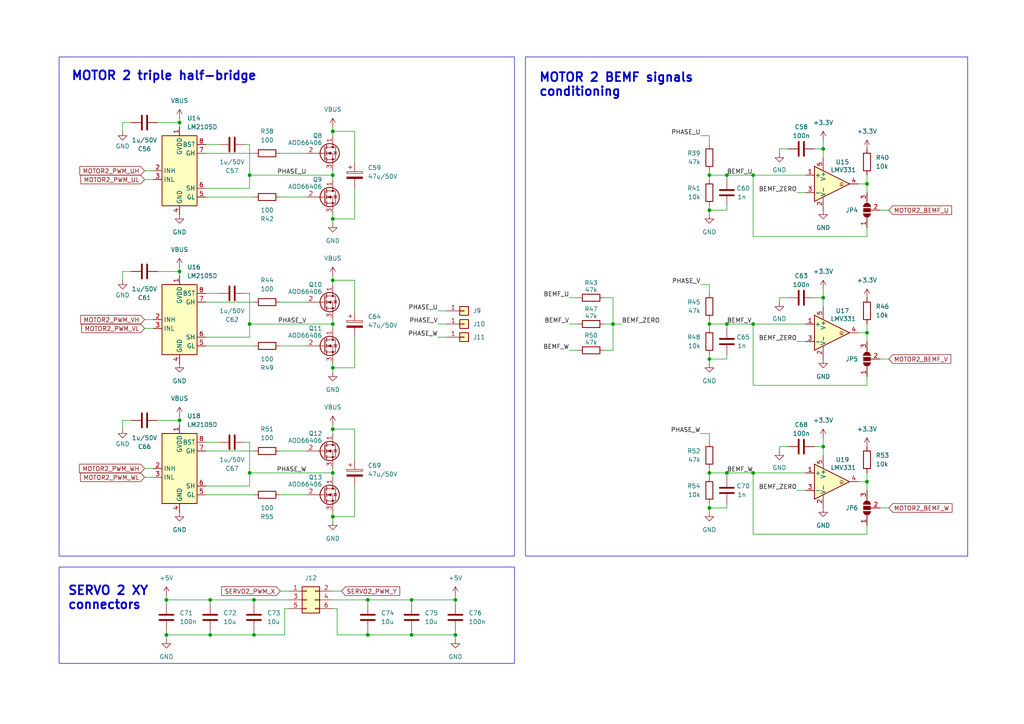
<source format=kicad_sch>
(kicad_sch (version 20231120) (generator "eeschema") (generator_version "8.0")
  (paper "A4")
  (title_block (title "Hogger2 Controller") (date "2024-11-09") (rev "V1.0") (comment 4 "Author: Eryk Możdżeń"))
  (lib_symbols
    (symbol "Comparator:LMV331" (pin_names (offset 0.127))
      (property "Reference" "U" (at 1.27 5.08 0))
      (property "Value" "LMV331" (at 3.81 -5.08 0))
      (symbol "LMV331_0_1"
        (polyline (pts (xy -5.08 5.08) (xy 5.08 0) (xy -5.08 -5.08) (xy -5.08 5.08)) (stroke (width 0.254)) (fill (type background)))
        (polyline (pts (xy 3.302 -0.508) (xy 2.794 -0.508) (xy 3.302 0) (xy 2.794 0.508) (xy 2.286 0) (xy 2.794 -0.508) (xy 2.286 -0.508)) (stroke (width 0.127)))
      )
      (symbol "LMV331_1_1"
        (pin input line (at -7.62 2.54 0) (length 2.54) (name "+") (number "1"))
        (pin power_in line (at -2.54 -7.62 90) (length 3.81) (name "V-") (number "2"))
        (pin input line (at -7.62 -2.54 0) (length 2.54) (name "-") (number "3"))
        (pin open_collector line (at 7.62 0 180) (length 2.54) (name "~") (number "4"))
        (pin power_in line (at -2.54 7.62 270) (length 3.81) (name "V+") (number "5"))
      )
    )
    (symbol "Connector_Generic:Conn_01x01" (pin_names (offset 1.016) hide)
      (property "Reference" "J" (at 0 2.54 0))
      (property "Value" "Conn_01x01" (at 0 -2.54 0))
      (symbol "Conn_01x01_1_1"
        (rectangle (start -1.27 0.127) (end 0 -0.127) (stroke (width 0.1524)))
        (rectangle (start -1.27 1.27) (end 1.27 -1.27) (stroke (width 0.254)) (fill (type background)))
        (pin passive line (at -5.08 0 0) (length 3.81) (name "Pin_1") (number "1"))
      )
    )
    (symbol "Connector_Generic:Conn_02x03_Odd_Even" (pin_names (offset 1.016) hide)
      (property "Reference" "J" (at 1.27 5.08 0))
      (property "Value" "Conn_02x03_Odd_Even" (at 1.27 -5.08 0))
      (symbol "Conn_02x03_Odd_Even_1_1"
        (rectangle (start -1.27 -2.413) (end 0 -2.667) (stroke (width 0.1524)))
        (rectangle (start -1.27 0.127) (end 0 -0.127) (stroke (width 0.1524)))
        (rectangle (start -1.27 2.667) (end 0 2.413) (stroke (width 0.1524)))
        (rectangle (start -1.27 3.81) (end 3.81 -3.81) (stroke (width 0.254)) (fill (type background)))
        (rectangle (start 3.81 -2.413) (end 2.54 -2.667) (stroke (width 0.1524)))
        (rectangle (start 3.81 0.127) (end 2.54 -0.127) (stroke (width 0.1524)))
        (rectangle (start 3.81 2.667) (end 2.54 2.413) (stroke (width 0.1524)))
        (pin passive line (at -5.08 2.54 0) (length 3.81) (name "Pin_1") (number "1"))
        (pin passive line (at 7.62 2.54 180) (length 3.81) (name "Pin_2") (number "2"))
        (pin passive line (at -5.08 0 0) (length 3.81) (name "Pin_3") (number "3"))
        (pin passive line (at 7.62 0 180) (length 3.81) (name "Pin_4") (number "4"))
        (pin passive line (at -5.08 -2.54 0) (length 3.81) (name "Pin_5") (number "5"))
        (pin passive line (at 7.62 -2.54 180) (length 3.81) (name "Pin_6") (number "6"))
      )
    )
    (symbol "Device:C" (pin_numbers hide) (pin_names (offset 0.254))
      (property "Reference" "C" (at 0.635 2.54 0))
      (property "Value" "C" (at 0.635 -2.54 0))
      (symbol "C_0_1"
        (polyline (pts (xy -2.032 -0.762) (xy 2.032 -0.762)) (stroke (width 0.508)))
        (polyline (pts (xy -2.032 0.762) (xy 2.032 0.762)) (stroke (width 0.508)))
      )
      (symbol "C_1_1"
        (pin passive line (at 0 3.81 270) (length 2.794) (name "~") (number "1"))
        (pin passive line (at 0 -3.81 90) (length 2.794) (name "~") (number "2"))
      )
    )
    (symbol "Device:C_Polarized" (pin_numbers hide) (pin_names (offset 0.254))
      (property "Reference" "C" (at 0.635 2.54 0))
      (property "Value" "C_Polarized" (at 0.635 -2.54 0))
      (symbol "C_Polarized_0_1"
        (rectangle (start -2.286 0.508) (end 2.286 1.016))
        (polyline (pts (xy -1.778 2.286) (xy -0.762 2.286)))
        (polyline (pts (xy -1.27 2.794) (xy -1.27 1.778)))
        (rectangle (start 2.286 -0.508) (end -2.286 -1.016) (fill (type outline)))
      )
      (symbol "C_Polarized_1_1"
        (pin passive line (at 0 3.81 270) (length 2.794) (name "~") (number "1"))
        (pin passive line (at 0 -3.81 90) (length 2.794) (name "~") (number "2"))
      )
    )
    (symbol "Device:Q_NMOS_DGS" (pin_names (offset 0) hide)
      (property "Reference" "Q" (at 5.08 1.27 0))
      (property "Value" "Q_NMOS_DGS" (at 5.08 -1.27 0))
      (symbol "Q_NMOS_DGS_0_1"
        (polyline (pts (xy 0.254 0) (xy -2.54 0)))
        (polyline (pts (xy 0.254 1.905) (xy 0.254 -1.905)) (stroke (width 0.254)))
        (polyline (pts (xy 0.762 -1.27) (xy 0.762 -2.286)) (stroke (width 0.254)))
        (polyline (pts (xy 0.762 0.508) (xy 0.762 -0.508)) (stroke (width 0.254)))
        (polyline (pts (xy 0.762 2.286) (xy 0.762 1.27)) (stroke (width 0.254)))
        (polyline (pts (xy 2.54 2.54) (xy 2.54 1.778)))
        (polyline (pts (xy 2.54 -2.54) (xy 2.54 0) (xy 0.762 0)))
        (polyline (pts (xy 0.762 -1.778) (xy 3.302 -1.778) (xy 3.302 1.778) (xy 0.762 1.778)))
        (polyline (pts (xy 1.016 0) (xy 2.032 0.381) (xy 2.032 -0.381) (xy 1.016 0)) (fill (type outline)))
        (polyline (pts (xy 2.794 0.508) (xy 2.921 0.381) (xy 3.683 0.381) (xy 3.81 0.254)))
        (polyline (pts (xy 3.302 0.381) (xy 2.921 -0.254) (xy 3.683 -0.254) (xy 3.302 0.381)))
        (circle (center 1.651 0) (radius 2.794) (stroke (width 0.254)))
        (circle (center 2.54 -1.778) (radius 0.254) (fill (type outline)))
        (circle (center 2.54 1.778) (radius 0.254) (fill (type outline)))
      )
      (symbol "Q_NMOS_DGS_1_1"
        (pin passive line (at 2.54 5.08 270) (length 2.54) (name "D") (number "1"))
        (pin input line (at -5.08 0 0) (length 2.54) (name "G") (number "2"))
        (pin passive line (at 2.54 -5.08 90) (length 2.54) (name "S") (number "3"))
      )
    )
    (symbol "Device:R" (pin_numbers hide) (pin_names (offset 0))
      (property "Reference" "R" (at 2.032 0 90))
      (property "Value" "R" (at 0 0 90))
      (symbol "R_0_1"
        (rectangle (start -1.016 -2.54) (end 1.016 2.54) (stroke (width 0.254)))
      )
      (symbol "R_1_1"
        (pin passive line (at 0 3.81 270) (length 1.27) (name "~") (number "1"))
        (pin passive line (at 0 -3.81 90) (length 1.27) (name "~") (number "2"))
      )
    )
    (symbol "Driver_FET:LM2105D"
      (property "Reference" "U" (at 1.27 13.335 0))
      (property "Value" "LM2105D" (at 1.27 11.43 0))
      (symbol "LM2105D_0_1"
        (rectangle (start -5.08 -10.16) (end 5.08 10.16) (stroke (width 0.254)) (fill (type background)))
      )
      (symbol "LM2105D_1_1"
        (pin power_in line (at 0 12.7 270) (length 2.54) (name "GVDD") (number "1"))
        (pin input line (at -7.62 0 0) (length 2.54) (name "INH") (number "2"))
        (pin input line (at -7.62 -2.54 0) (length 2.54) (name "INL") (number "3"))
        (pin power_in line (at 0 -12.7 90) (length 2.54) (name "GND") (number "4"))
        (pin output line (at 7.62 -7.62 180) (length 2.54) (name "GL") (number "5"))
        (pin passive line (at 7.62 -5.08 180) (length 2.54) (name "SH") (number "6"))
        (pin output line (at 7.62 5.08 180) (length 2.54) (name "GH") (number "7"))
        (pin passive line (at 7.62 7.62 180) (length 2.54) (name "BST") (number "8"))
      )
    )
    (symbol "Jumper:SolderJumper_3_Open" (pin_names (offset 0) hide) (exclude_from_sim yes) (in_bom no)
      (property "Reference" "JP" (at -2.54 -2.54 0))
      (property "Value" "SolderJumper_3_Open" (at 0 2.794 0))
      (symbol "SolderJumper_3_Open_0_1"
        (arc (start -1.016 1.016) (mid -2.0276 0) (end -1.016 -1.016))
        (arc (start -1.016 1.016) (mid -2.0276 0) (end -1.016 -1.016) (fill (type outline)))
        (rectangle (start -0.508 1.016) (end 0.508 -1.016) (fill (type outline)))
        (polyline (pts (xy -2.54 0) (xy -2.032 0)))
        (polyline (pts (xy -1.016 1.016) (xy -1.016 -1.016)))
        (polyline (pts (xy 0 -1.27) (xy 0 -1.016)))
        (polyline (pts (xy 1.016 1.016) (xy 1.016 -1.016)))
        (polyline (pts (xy 2.54 0) (xy 2.032 0)))
        (arc (start 1.016 -1.016) (mid 2.0276 0) (end 1.016 1.016))
        (arc (start 1.016 -1.016) (mid 2.0276 0) (end 1.016 1.016) (fill (type outline)))
      )
      (symbol "SolderJumper_3_Open_1_1"
        (pin passive line (at -5.08 0 0) (length 2.54) (name "A") (number "1"))
        (pin passive line (at 0 -3.81 90) (length 2.54) (name "C") (number "2"))
        (pin passive line (at 5.08 0 180) (length 2.54) (name "B") (number "3"))
      )
    )
    (symbol "VBUS_1" (power) (pin_numbers hide) (pin_names (offset 0) hide)
      (property "Value" "VBUS" (at 0 3.556 0))
      (symbol "VBUS_1_0_1"
        (polyline (pts (xy -0.762 1.27) (xy 0 2.54)))
        (polyline (pts (xy 0 0) (xy 0 2.54)))
        (polyline (pts (xy 0 2.54) (xy 0.762 1.27)))
      )
      (symbol "VBUS_1_1_1"
        (pin power_in line (at 0 0 90) (length 0) (name "~") (number "1"))
      )
    )
    (symbol "power:+3.3V" (power) (pin_names (offset 0))
      (property "Value" "+3.3V" (at 0 3.556 0))
      (symbol "+3.3V_0_1"
        (polyline (pts (xy -0.762 1.27) (xy 0 2.54)))
        (polyline (pts (xy 0 0) (xy 0 2.54)))
        (polyline (pts (xy 0 2.54) (xy 0.762 1.27)))
      )
      (symbol "+3.3V_1_1"
        (pin power_in line (at 0 0 90) (length 0) hide (name "+3.3V") (number "1"))
      )
    )
    (symbol "power:+5V" (power) (pin_numbers hide) (pin_names (offset 0) hide)
      (property "Value" "+5V" (at 0 3.556 0))
      (symbol "+5V_0_1"
        (polyline (pts (xy -0.762 1.27) (xy 0 2.54)))
        (polyline (pts (xy 0 0) (xy 0 2.54)))
        (polyline (pts (xy 0 2.54) (xy 0.762 1.27)))
      )
      (symbol "+5V_1_1"
        (pin power_in line (at 0 0 90) (length 0) (name "~") (number "1"))
      )
    )
    (symbol "power:GND" (power) (pin_numbers hide) (pin_names (offset 0) hide)
      (property "Value" "GND" (at 0 -3.81 0))
      (symbol "GND_0_1"
        (polyline (pts (xy 0 0) (xy 0 -1.27) (xy 1.27 -1.27) (xy 0 -2.54) (xy -1.27 -1.27) (xy 0 -1.27)))
      )
      (symbol "GND_1_1"
        (pin power_in line (at 0 0 270) (length 0) (name "~") (number "1"))
      )
    )
  )
  (junction (at 205.74 50.8))
  (junction (at 60.96 173.99))
  (junction (at 73.66 184.15))
  (junction (at 52.07 121.92))
  (junction (at 72.39 93.98))
  (junction (at 106.68 173.99))
  (junction (at 218.44 93.98))
  (junction (at 72.39 137.16))
  (junction (at 52.07 35.56))
  (junction (at 96.52 93.98))
  (junction (at 218.44 137.16))
  (junction (at 177.8 93.98))
  (junction (at 60.96 184.15))
  (junction (at 238.76 129.54))
  (junction (at 52.07 78.74))
  (junction (at 238.76 43.18))
  (junction (at 48.26 184.15))
  (junction (at 205.74 60.96))
  (junction (at 96.52 149.86))
  (junction (at 251.46 53.34))
  (junction (at 119.38 184.15))
  (junction (at 96.52 50.8))
  (junction (at 205.74 93.98))
  (junction (at 119.38 173.99))
  (junction (at 132.08 173.99))
  (junction (at 132.08 184.15))
  (junction (at 96.52 124.46))
  (junction (at 251.46 139.7))
  (junction (at 205.74 147.32))
  (junction (at 48.26 173.99))
  (junction (at 72.39 50.8))
  (junction (at 73.66 173.99))
  (junction (at 106.68 184.15))
  (junction (at 96.52 106.68))
  (junction (at 251.46 96.52))
  (junction (at 210.82 50.8))
  (junction (at 218.44 50.8))
  (junction (at 96.52 63.5))
  (junction (at 210.82 93.98))
  (junction (at 205.74 104.14))
  (junction (at 96.52 137.16))
  (junction (at 205.74 137.16))
  (junction (at 238.76 86.36))
  (junction (at 96.52 38.1))
  (junction (at 96.52 81.28))
  (junction (at 210.82 137.16))
  (wire (pts (xy 210.82 93.98) (xy 218.44 93.98)))
  (wire (pts (xy 119.38 173.99) (xy 132.08 173.99)))
  (wire (pts (xy 228.6 43.18) (xy 226.06 43.18)))
  (wire (pts (xy 83.82 173.99) (xy 73.66 173.99)))
  (wire (pts (xy 102.87 38.1) (xy 102.87 46.99)))
  (wire (pts (xy 72.39 140.97) (xy 59.69 140.97)))
  (wire (pts (xy 238.76 45.72) (xy 238.76 43.18)))
  (wire (pts (xy 210.82 93.98) (xy 210.82 95.25)))
  (wire (pts (xy 218.44 50.8) (xy 218.44 68.58)))
  (wire (pts (xy 210.82 60.96) (xy 210.82 59.69)))
  (wire (pts (xy 41.91 92.71) (xy 44.45 92.71)))
  (wire (pts (xy 210.82 50.8) (xy 210.82 52.07)))
  (wire (pts (xy 165.1 93.98) (xy 167.64 93.98)))
  (wire (pts (xy 48.26 172.72) (xy 48.26 173.99)))
  (wire (pts (xy 52.07 120.65) (xy 52.07 121.92)))
  (wire (pts (xy 59.69 100.33) (xy 73.66 100.33)))
  (wire (pts (xy 218.44 111.76) (xy 218.44 93.98)))
  (wire (pts (xy 38.1 78.74) (xy 35.56 78.74)))
  (wire (pts (xy 41.91 135.89) (xy 44.45 135.89)))
  (wire (pts (xy 251.46 137.16) (xy 251.46 139.7)))
  (wire (pts (xy 99.06 171.45) (xy 96.52 171.45)))
  (wire (pts (xy 205.74 104.14) (xy 205.74 102.87)))
  (wire (pts (xy 45.72 35.56) (xy 52.07 35.56)))
  (wire (pts (xy 106.68 184.15) (xy 97.79 184.15)))
  (wire (pts (xy 205.74 148.59) (xy 205.74 147.32)))
  (wire (pts (xy 38.1 121.92) (xy 35.56 121.92)))
  (wire (pts (xy 218.44 137.16) (xy 233.68 137.16)))
  (wire (pts (xy 59.69 44.45) (xy 73.66 44.45)))
  (wire (pts (xy 177.8 93.98) (xy 177.8 101.6)))
  (wire (pts (xy 72.39 137.16) (xy 72.39 140.97)))
  (wire (pts (xy 96.52 80.01) (xy 96.52 81.28)))
  (wire (pts (xy 96.52 62.23) (xy 96.52 63.5)))
  (wire (pts (xy 132.08 182.88) (xy 132.08 184.15)))
  (wire (pts (xy 48.26 173.99) (xy 48.26 175.26)))
  (wire (pts (xy 48.26 184.15) (xy 48.26 185.42)))
  (wire (pts (xy 102.87 38.1) (xy 96.52 38.1)))
  (wire (pts (xy 205.74 137.16) (xy 205.74 138.43)))
  (wire (pts (xy 210.82 50.8) (xy 218.44 50.8)))
  (wire (pts (xy 88.9 87.63) (xy 81.28 87.63)))
  (wire (pts (xy 96.52 137.16) (xy 96.52 138.43)))
  (wire (pts (xy 52.07 77.47) (xy 52.07 78.74)))
  (wire (pts (xy 73.66 173.99) (xy 73.66 175.26)))
  (wire (pts (xy 96.52 135.89) (xy 96.52 137.16)))
  (wire (pts (xy 132.08 173.99) (xy 132.08 175.26)))
  (wire (pts (xy 231.14 142.24) (xy 233.68 142.24)))
  (wire (pts (xy 119.38 173.99) (xy 119.38 175.26)))
  (wire (pts (xy 251.46 109.22) (xy 251.46 111.76)))
  (wire (pts (xy 82.55 176.53) (xy 83.82 176.53)))
  (wire (pts (xy 226.06 129.54) (xy 226.06 130.81)))
  (wire (pts (xy 257.81 60.96) (xy 255.27 60.96)))
  (wire (pts (xy 205.74 85.09) (xy 205.74 82.55)))
  (wire (pts (xy 251.46 68.58) (xy 218.44 68.58)))
  (wire (pts (xy 96.52 63.5) (xy 102.87 63.5)))
  (wire (pts (xy 88.9 130.81) (xy 81.28 130.81)))
  (wire (pts (xy 96.52 149.86) (xy 102.87 149.86)))
  (wire (pts (xy 210.82 104.14) (xy 210.82 102.87)))
  (wire (pts (xy 238.76 83.82) (xy 238.76 86.36)))
  (wire (pts (xy 96.52 49.53) (xy 96.52 50.8)))
  (wire (pts (xy 132.08 172.72) (xy 132.08 173.99)))
  (wire (pts (xy 60.96 173.99) (xy 60.96 175.26)))
  (wire (pts (xy 102.87 140.97) (xy 102.87 149.86)))
  (wire (pts (xy 226.06 43.18) (xy 226.06 44.45)))
  (wire (pts (xy 251.46 139.7) (xy 251.46 142.24)))
  (wire (pts (xy 106.68 184.15) (xy 106.68 182.88)))
  (wire (pts (xy 59.69 130.81) (xy 73.66 130.81)))
  (wire (pts (xy 96.52 50.8) (xy 96.52 52.07)))
  (wire (pts (xy 88.9 44.45) (xy 81.28 44.45)))
  (wire (pts (xy 88.9 143.51) (xy 81.28 143.51)))
  (wire (pts (xy 175.26 93.98) (xy 177.8 93.98)))
  (wire (pts (xy 248.92 139.7) (xy 251.46 139.7)))
  (wire (pts (xy 205.74 49.53) (xy 205.74 50.8)))
  (wire (pts (xy 205.74 137.16) (xy 210.82 137.16)))
  (wire (pts (xy 41.91 52.07) (xy 44.45 52.07)))
  (wire (pts (xy 132.08 184.15) (xy 132.08 185.42)))
  (wire (pts (xy 35.56 78.74) (xy 35.56 81.28)))
  (wire (pts (xy 257.81 104.14) (xy 255.27 104.14)))
  (wire (pts (xy 41.91 138.43) (xy 44.45 138.43)))
  (wire (pts (xy 205.74 50.8) (xy 205.74 52.07)))
  (wire (pts (xy 205.74 92.71) (xy 205.74 93.98)))
  (wire (pts (xy 119.38 184.15) (xy 119.38 182.88)))
  (wire (pts (xy 59.69 87.63) (xy 73.66 87.63)))
  (wire (pts (xy 38.1 35.56) (xy 35.56 35.56)))
  (wire (pts (xy 210.82 137.16) (xy 210.82 138.43)))
  (wire (pts (xy 59.69 143.51) (xy 73.66 143.51)))
  (wire (pts (xy 71.12 41.91) (xy 72.39 41.91)))
  (wire (pts (xy 205.74 50.8) (xy 210.82 50.8)))
  (wire (pts (xy 72.39 128.27) (xy 72.39 137.16)))
  (wire (pts (xy 41.91 95.25) (xy 44.45 95.25)))
  (wire (pts (xy 102.87 97.79) (xy 102.87 106.68)))
  (wire (pts (xy 205.74 104.14) (xy 210.82 104.14)))
  (wire (pts (xy 45.72 78.74) (xy 52.07 78.74)))
  (wire (pts (xy 72.39 54.61) (xy 59.69 54.61)))
  (wire (pts (xy 205.74 135.89) (xy 205.74 137.16)))
  (wire (pts (xy 238.76 127) (xy 238.76 129.54)))
  (wire (pts (xy 127 97.79) (xy 129.54 97.79)))
  (wire (pts (xy 205.74 128.27) (xy 205.74 125.73)))
  (wire (pts (xy 72.39 93.98) (xy 72.39 97.79)))
  (wire (pts (xy 96.52 92.71) (xy 96.52 93.98)))
  (wire (pts (xy 251.46 152.4) (xy 251.46 154.94)))
  (wire (pts (xy 165.1 101.6) (xy 167.64 101.6)))
  (wire (pts (xy 248.92 53.34) (xy 251.46 53.34)))
  (wire (pts (xy 96.52 106.68) (xy 96.52 107.95)))
  (wire (pts (xy 251.46 53.34) (xy 251.46 55.88)))
  (wire (pts (xy 205.74 60.96) (xy 210.82 60.96)))
  (wire (pts (xy 205.74 93.98) (xy 210.82 93.98)))
  (wire (pts (xy 102.87 54.61) (xy 102.87 63.5)))
  (wire (pts (xy 228.6 86.36) (xy 226.06 86.36)))
  (wire (pts (xy 72.39 41.91) (xy 72.39 50.8)))
  (wire (pts (xy 106.68 173.99) (xy 106.68 175.26)))
  (wire (pts (xy 96.52 105.41) (xy 96.52 106.68)))
  (wire (pts (xy 132.08 184.15) (xy 119.38 184.15)))
  (wire (pts (xy 60.96 184.15) (xy 73.66 184.15)))
  (wire (pts (xy 73.66 173.99) (xy 60.96 173.99)))
  (wire (pts (xy 96.52 93.98) (xy 96.52 95.25)))
  (wire (pts (xy 35.56 35.56) (xy 35.56 38.1)))
  (wire (pts (xy 97.79 176.53) (xy 96.52 176.53)))
  (wire (pts (xy 205.74 60.96) (xy 205.74 59.69)))
  (wire (pts (xy 96.52 81.28) (xy 96.52 82.55)))
  (wire (pts (xy 251.46 66.04) (xy 251.46 68.58)))
  (wire (pts (xy 52.07 34.29) (xy 52.07 35.56)))
  (wire (pts (xy 238.76 88.9) (xy 238.76 86.36)))
  (wire (pts (xy 35.56 121.92) (xy 35.56 124.46)))
  (wire (pts (xy 71.12 85.09) (xy 72.39 85.09)))
  (wire (pts (xy 88.9 57.15) (xy 81.28 57.15)))
  (wire (pts (xy 203.2 125.73) (xy 205.74 125.73)))
  (wire (pts (xy 41.91 49.53) (xy 44.45 49.53)))
  (wire (pts (xy 205.74 41.91) (xy 205.74 39.37)))
  (wire (pts (xy 205.74 147.32) (xy 210.82 147.32)))
  (wire (pts (xy 177.8 86.36) (xy 177.8 93.98)))
  (wire (pts (xy 73.66 184.15) (xy 82.55 184.15)))
  (wire (pts (xy 82.55 184.15) (xy 82.55 176.53)))
  (wire (pts (xy 96.52 148.59) (xy 96.52 149.86)))
  (wire (pts (xy 251.46 154.94) (xy 218.44 154.94)))
  (wire (pts (xy 52.07 35.56) (xy 52.07 36.83)))
  (wire (pts (xy 81.28 171.45) (xy 83.82 171.45)))
  (wire (pts (xy 96.52 63.5) (xy 96.52 64.77)))
  (wire (pts (xy 257.81 147.32) (xy 255.27 147.32)))
  (wire (pts (xy 106.68 173.99) (xy 119.38 173.99)))
  (wire (pts (xy 72.39 97.79) (xy 59.69 97.79)))
  (wire (pts (xy 251.46 111.76) (xy 218.44 111.76)))
  (wire (pts (xy 228.6 129.54) (xy 226.06 129.54)))
  (wire (pts (xy 96.52 38.1) (xy 96.52 39.37)))
  (wire (pts (xy 231.14 99.06) (xy 233.68 99.06)))
  (wire (pts (xy 72.39 50.8) (xy 72.39 54.61)))
  (wire (pts (xy 251.46 50.8) (xy 251.46 53.34)))
  (wire (pts (xy 238.76 40.64) (xy 238.76 43.18)))
  (wire (pts (xy 205.74 62.23) (xy 205.74 60.96)))
  (wire (pts (xy 205.74 93.98) (xy 205.74 95.25)))
  (wire (pts (xy 52.07 78.74) (xy 52.07 80.01)))
  (wire (pts (xy 59.69 128.27) (xy 63.5 128.27)))
  (wire (pts (xy 72.39 50.8) (xy 96.52 50.8)))
  (wire (pts (xy 127 93.98) (xy 129.54 93.98)))
  (wire (pts (xy 97.79 184.15) (xy 97.79 176.53)))
  (wire (pts (xy 210.82 137.16) (xy 218.44 137.16)))
  (wire (pts (xy 238.76 43.18) (xy 236.22 43.18)))
  (wire (pts (xy 238.76 132.08) (xy 238.76 129.54)))
  (wire (pts (xy 205.74 105.41) (xy 205.74 104.14)))
  (wire (pts (xy 177.8 93.98) (xy 180.34 93.98)))
  (wire (pts (xy 119.38 184.15) (xy 106.68 184.15)))
  (wire (pts (xy 175.26 86.36) (xy 177.8 86.36)))
  (wire (pts (xy 72.39 137.16) (xy 96.52 137.16)))
  (wire (pts (xy 96.52 36.83) (xy 96.52 38.1)))
  (wire (pts (xy 72.39 93.98) (xy 96.52 93.98)))
  (wire (pts (xy 60.96 184.15) (xy 60.96 182.88)))
  (wire (pts (xy 52.07 121.92) (xy 52.07 123.19)))
  (wire (pts (xy 96.52 106.68) (xy 102.87 106.68)))
  (wire (pts (xy 238.76 129.54) (xy 236.22 129.54)))
  (wire (pts (xy 102.87 81.28) (xy 102.87 90.17)))
  (wire (pts (xy 88.9 100.33) (xy 81.28 100.33)))
  (wire (pts (xy 210.82 147.32) (xy 210.82 146.05)))
  (wire (pts (xy 226.06 86.36) (xy 226.06 87.63)))
  (wire (pts (xy 45.72 121.92) (xy 52.07 121.92)))
  (wire (pts (xy 231.14 55.88) (xy 233.68 55.88)))
  (wire (pts (xy 251.46 96.52) (xy 251.46 99.06)))
  (wire (pts (xy 218.44 50.8) (xy 233.68 50.8)))
  (wire (pts (xy 248.92 96.52) (xy 251.46 96.52)))
  (wire (pts (xy 127 90.17) (xy 129.54 90.17)))
  (wire (pts (xy 72.39 85.09) (xy 72.39 93.98)))
  (wire (pts (xy 59.69 41.91) (xy 63.5 41.91)))
  (wire (pts (xy 96.52 123.19) (xy 96.52 124.46)))
  (wire (pts (xy 102.87 124.46) (xy 102.87 133.35)))
  (wire (pts (xy 96.52 124.46) (xy 96.52 125.73)))
  (wire (pts (xy 165.1 86.36) (xy 167.64 86.36)))
  (wire (pts (xy 71.12 128.27) (xy 72.39 128.27)))
  (wire (pts (xy 60.96 173.99) (xy 48.26 173.99)))
  (wire (pts (xy 205.74 147.32) (xy 205.74 146.05)))
  (wire (pts (xy 251.46 93.98) (xy 251.46 96.52)))
  (wire (pts (xy 96.52 173.99) (xy 106.68 173.99)))
  (wire (pts (xy 218.44 93.98) (xy 233.68 93.98)))
  (wire (pts (xy 203.2 82.55) (xy 205.74 82.55)))
  (wire (pts (xy 73.66 184.15) (xy 73.66 182.88)))
  (wire (pts (xy 59.69 85.09) (xy 63.5 85.09)))
  (wire (pts (xy 203.2 39.37) (xy 205.74 39.37)))
  (wire (pts (xy 218.44 154.94) (xy 218.44 137.16)))
  (wire (pts (xy 175.26 101.6) (xy 177.8 101.6)))
  (wire (pts (xy 48.26 184.15) (xy 60.96 184.15)))
  (wire (pts (xy 238.76 86.36) (xy 236.22 86.36)))
  (wire (pts (xy 48.26 182.88) (xy 48.26 184.15)))
  (wire (pts (xy 102.87 124.46) (xy 96.52 124.46)))
  (wire (pts (xy 96.52 149.86) (xy 96.52 151.13)))
  (wire (pts (xy 102.87 81.28) (xy 96.52 81.28)))
  (wire (pts (xy 59.69 57.15) (xy 73.66 57.15)))
  (rectangle (start 17.145 16.51) (end 149.225 161.29))
  (rectangle (start 152.4 16.51) (end 280.67 161.29))
  (rectangle (start 17.145 164.465) (end 149.225 192.405))
  (text "SERVO 2 XY\nconnectors" (at 19.558 173.482 0) (effects (font (size 2.54 2.54) (thickness 0.508) (bold yes)) (justify left)))
  (text "MOTOR 2 BEMF signals\nconditioning" (at 156.21 24.638 0) (effects (font (size 2.54 2.54) (thickness 0.508) (bold yes)) (justify left)))
  (text "MOTOR 2 triple half-bridge" (at 20.574 22.098 0) (effects (font (size 2.54 2.54) (thickness 0.508) (bold yes)) (justify left)))
  (label "BEMF_ZERO" (at 231.14 99.06 180))
  (label "BEMF_U" (at 210.82 50.8 0))
  (label "PHASE_V" (at 88.9 93.98 180))
  (label "BEMF_U" (at 165.1 86.36 180))
  (label "BEMF_ZERO" (at 231.14 142.24 180))
  (label "PHASE_W" (at 203.2 125.73 180))
  (label "PHASE_V" (at 127 93.98 180))
  (label "PHASE_V" (at 203.2 82.55 180))
  (label "PHASE_W" (at 88.9 137.16 180))
  (label "BEMF_ZERO" (at 231.14 55.88 180))
  (label "PHASE_U" (at 203.2 39.37 180))
  (label "BEMF_V" (at 165.1 93.98 180))
  (label "PHASE_U" (at 127 90.17 180))
  (label "BEMF_W" (at 210.82 137.16 0))
  (label "BEMF_V" (at 210.82 93.98 0))
  (label "BEMF_W" (at 165.1 101.6 180))
  (label "PHASE_U" (at 88.9 50.8 180))
  (label "PHASE_W" (at 127 97.79 180))
  (label "BEMF_ZERO" (at 180.34 93.98 0))
  (global_label "SERVO2_PWM_Y" (shape input) (at 99.06 171.45 0) (property "Intersheetrefs" "${INTERSHEET_REFS}" (effects (hide yes))))
  (global_label "MOTOR2_BEMF_V" (shape input) (at 257.81 104.14 0) (property "Intersheetrefs" "${INTERSHEET_REFS}" (effects (hide yes))))
  (global_label "MOTOR2_PWM_UH" (shape input) (at 41.91 49.53 180) (property "Intersheetrefs" "${INTERSHEET_REFS}" (effects (hide yes))))
  (global_label "MOTOR2_BEMF_W" (shape input) (at 257.81 147.32 0) (property "Intersheetrefs" "${INTERSHEET_REFS}" (effects (hide yes))))
  (global_label "MOTOR2_PWM_VH" (shape input) (at 41.91 92.71 180) (property "Intersheetrefs" "${INTERSHEET_REFS}" (effects (hide yes))))
  (global_label "MOTOR2_BEMF_U" (shape input) (at 257.81 60.96 0) (property "Intersheetrefs" "${INTERSHEET_REFS}" (effects (hide yes))))
  (global_label "MOTOR2_PWM_WH" (shape input) (at 41.91 135.89 180) (property "Intersheetrefs" "${INTERSHEET_REFS}" (effects (hide yes))))
  (global_label "MOTOR2_PWM_WL" (shape input) (at 41.91 138.43 180) (property "Intersheetrefs" "${INTERSHEET_REFS}" (effects (hide yes))))
  (global_label "SERVO2_PWM_X" (shape input) (at 81.28 171.45 180) (property "Intersheetrefs" "${INTERSHEET_REFS}" (effects (hide yes))))
  (global_label "MOTOR2_PWM_VL" (shape input) (at 41.91 95.25 180) (property "Intersheetrefs" "${INTERSHEET_REFS}" (effects (hide yes))))
  (global_label "MOTOR2_PWM_UL" (shape input) (at 41.91 52.07 180) (property "Intersheetrefs" "${INTERSHEET_REFS}" (effects (hide yes))))
  (symbol (lib_id "Device:C") (at 106.68 179.07 0) (unit 1)
    (property "Reference" "C74" (at 110.49 177.7999 0) (effects (justify left)))
    (property "Value" "10u" (at 110.49 180.3399 0) (effects (justify left)))
    (property "Footprint" "Capacitor_SMD:C_0603_1608Metric" (effects (hide yes)))
    (property "Description" "Unpolarized capacitor" (effects (hide yes)))
  )
  (symbol (lib_id "power:GND") (at 205.74 62.23 0) (unit 1)
    (property "Reference" "#PWR0121" (effects (hide yes)))
    (property "Value" "GND" (at 205.74 67.31 0))
    (property "Description" "Power symbol creates a global label with name \"GND\" , ground" (effects (hide yes)))
  )
  (symbol (lib_id "power:GND") (at 226.06 130.81 0) (unit 1)
    (property "Reference" "#PWR0138" (effects (hide yes)))
    (property "Value" "GND" (at 226.06 135.636 0))
    (property "Description" "Power symbol creates a global label with name \"GND\" , ground" (effects (hide yes)))
  )
  (symbol (lib_id "power:GND") (at 238.76 60.96 0) (unit 1)
    (property "Reference" "#PWR0119" (effects (hide yes)))
    (property "Value" "GND" (at 238.76 66.04 0))
    (property "Description" "Power symbol creates a global label with name \"GND\" , ground" (effects (hide yes)))
  )
  (symbol (lib_id "Device:R") (at 171.45 86.36 90) (unit 1)
    (property "Reference" "R43" (at 171.45 82.042 90))
    (property "Value" "47k" (at 171.45 84.074 90))
    (property "Footprint" "Resistor_SMD:R_0603_1608Metric" (effects (hide yes)))
    (property "Description" "Resistor" (effects (hide yes)))
  )
  (symbol (lib_id "Jumper:SolderJumper_3_Open") (at 251.46 104.14 90) (unit 1) (exclude_from_sim yes) (in_bom no)
    (property "Reference" "JP5" (at 248.92 104.1399 90) (effects (justify left)))
    (property "Value" "SolderJumper_3_Open" (effects (hide yes)))
    (property "Footprint" "Jumper:SolderJumper-3_P1.3mm_Open_RoundedPad1.0x1.5mm" (effects (hide yes)))
    (property "Description" "Solder Jumper, 3-pole, open" (effects (hide yes)))
  )
  (symbol (lib_name "VBUS_1") (lib_id "power:VBUS") (at 96.52 123.19 0) (unit 1)
    (property "Reference" "#PWR0134" (effects (hide yes)))
    (property "Value" "VBUS" (at 96.52 118.11 0))
    (property "Description" "Power symbol creates a global label with name \"VBUS\"" (effects (hide yes)))
  )
  (symbol (lib_id "Device:C") (at 48.26 179.07 0) (unit 1)
    (property "Reference" "C71" (at 52.07 177.7999 0) (effects (justify left)))
    (property "Value" "100n" (at 52.07 180.3399 0) (effects (justify left)))
    (property "Footprint" "Capacitor_SMD:C_0603_1608Metric" (effects (hide yes)))
    (property "Description" "Unpolarized capacitor" (effects (hide yes)))
  )
  (symbol (lib_id "Device:C") (at 232.41 129.54 90) (unit 1)
    (property "Reference" "C68" (at 232.41 123.19 90))
    (property "Value" "100n" (at 232.41 125.73 90))
    (property "Footprint" "Capacitor_SMD:C_0603_1608Metric" (effects (hide yes)))
    (property "Description" "Unpolarized capacitor" (effects (hide yes)))
  )
  (symbol (lib_id "Device:Q_NMOS_DGS") (at 93.98 87.63 0) (unit 1)
    (property "Reference" "Q10" (at 93.472 82.55 0) (effects (justify right)))
    (property "Value" "AOD66406" (at 93.472 84.582 0) (effects (justify right)))
    (property "Footprint" "Package_TO_SOT_SMD:TO-252-2" (effects (hide yes)))
    (property "Description" "N-MOSFET transistor, drain/gate/source" (effects (hide yes)))
  )
  (symbol (lib_id "Device:R") (at 205.74 45.72 0) (mirror y) (unit 1)
    (property "Reference" "R39" (at 203.2 44.4499 0) (effects (justify left)))
    (property "Value" "47k" (at 203.2 46.9899 0) (effects (justify left)))
    (property "Footprint" "Resistor_SMD:R_0603_1608Metric" (effects (hide yes)))
    (property "Description" "Resistor" (effects (hide yes)))
  )
  (symbol (lib_id "Device:C") (at 41.91 121.92 90) (unit 1)
    (property "Reference" "C66" (at 41.91 129.54 90))
    (property "Value" "1u/50V" (at 41.91 127 90))
    (property "Footprint" "Capacitor_SMD:C_0603_1608Metric" (effects (hide yes)))
    (property "Description" "Unpolarized capacitor" (effects (hide yes)))
  )
  (symbol (lib_id "Comparator:LMV331") (at 241.3 139.7 0) (unit 1)
    (property "Reference" "U19" (at 244.348 133.35 0))
    (property "Value" "LMV331" (at 244.602 135.636 0))
    (property "Footprint" "Package_TO_SOT_SMD:SOT-23-5" (effects (hide yes)))
    (property "Datasheet" "http://www.ti.com/lit/ds/symlink/lmv331.pdf" (effects (hide yes)))
    (property "Description" "Single General-Purpose Low-Voltage Comparator, SOT-23-5/SC-70-5" (effects (hide yes)))
  )
  (symbol (lib_id "Device:R") (at 171.45 93.98 90) (unit 1)
    (property "Reference" "R47" (at 171.45 89.662 90))
    (property "Value" "47k" (at 171.45 91.694 90))
    (property "Footprint" "Resistor_SMD:R_0603_1608Metric" (effects (hide yes)))
    (property "Description" "Resistor" (effects (hide yes)))
  )
  (symbol (lib_id "Device:C_Polarized") (at 102.87 93.98 0) (unit 1)
    (property "Reference" "C64" (at 106.68 91.8209 0) (effects (justify left)))
    (property "Value" "47u/50V" (at 106.68 94.3609 0) (effects (justify left)))
    (property "Footprint" "Capacitor_SMD:CP_Elec_6.3x7.7" (effects (hide yes)))
    (property "Description" "Polarized capacitor" (effects (hide yes)))
  )
  (symbol (lib_id "power:GND") (at 52.07 105.41 0) (unit 1)
    (property "Reference" "#PWR0130" (effects (hide yes)))
    (property "Value" "GND" (at 52.07 110.49 0))
    (property "Description" "Power symbol creates a global label with name \"GND\" , ground" (effects (hide yes)))
  )
  (symbol (lib_id "Comparator:LMV331") (at 241.3 53.34 0) (unit 1)
    (property "Reference" "U15" (at 244.348 46.99 0))
    (property "Value" "LMV331" (at 244.602 49.276 0))
    (property "Footprint" "Package_TO_SOT_SMD:SOT-23-5" (effects (hide yes)))
    (property "Datasheet" "http://www.ti.com/lit/ds/symlink/lmv331.pdf" (effects (hide yes)))
    (property "Description" "Single General-Purpose Low-Voltage Comparator, SOT-23-5/SC-70-5" (effects (hide yes)))
  )
  (symbol (lib_id "Device:C_Polarized") (at 102.87 137.16 0) (unit 1)
    (property "Reference" "C69" (at 106.68 135.0009 0) (effects (justify left)))
    (property "Value" "47u/50V" (at 106.68 137.5409 0) (effects (justify left)))
    (property "Footprint" "Capacitor_SMD:CP_Elec_6.3x7.7" (effects (hide yes)))
    (property "Description" "Polarized capacitor" (effects (hide yes)))
  )
  (symbol (lib_id "Device:R") (at 205.74 88.9 0) (mirror y) (unit 1)
    (property "Reference" "R45" (at 203.2 87.6299 0) (effects (justify left)))
    (property "Value" "47k" (at 203.2 90.1699 0) (effects (justify left)))
    (property "Footprint" "Resistor_SMD:R_0603_1608Metric" (effects (hide yes)))
    (property "Description" "Resistor" (effects (hide yes)))
  )
  (symbol (lib_name "VBUS_1") (lib_id "power:VBUS") (at 52.07 120.65 0) (unit 1)
    (property "Reference" "#PWR0133" (effects (hide yes)))
    (property "Value" "VBUS" (at 52.07 115.57 0))
    (property "Description" "Power symbol creates a global label with name \"VBUS\"" (effects (hide yes)))
  )
  (symbol (lib_id "Connector_Generic:Conn_01x01") (at 134.62 90.17 0) (unit 1)
    (property "Reference" "J9" (at 137.16 90.1699 0) (effects (justify left)))
    (property "Value" "Conn_01x01" (effects (hide yes)))
    (property "Footprint" "Connector_Wire:SolderWire-2.5sqmm_1x01_D2.4mm_OD4.4mm" (effects (hide yes)))
    (property "Description" "Generic connector, single row, 01x01, script generated (kicad-library-utils/schlib/autogen/connector/)" (effects (hide yes)))
  )
  (symbol (lib_id "Device:R") (at 77.47 100.33 90) (mirror x) (unit 1)
    (property "Reference" "R49" (at 77.47 106.68 90))
    (property "Value" "100" (at 77.47 104.14 90))
    (property "Footprint" "Resistor_SMD:R_0603_1608Metric" (effects (hide yes)))
    (property "Description" "Resistor" (effects (hide yes)))
  )
  (symbol (lib_name "VBUS_1") (lib_id "power:VBUS") (at 96.52 80.01 0) (unit 1)
    (property "Reference" "#PWR0124" (effects (hide yes)))
    (property "Value" "VBUS" (at 96.52 74.93 0))
    (property "Description" "Power symbol creates a global label with name \"VBUS\"" (effects (hide yes)))
  )
  (symbol (lib_id "Device:C") (at 73.66 179.07 0) (unit 1)
    (property "Reference" "C73" (at 77.47 177.7999 0) (effects (justify left)))
    (property "Value" "10u" (at 77.47 180.3399 0) (effects (justify left)))
    (property "Footprint" "Capacitor_SMD:C_0603_1608Metric" (effects (hide yes)))
    (property "Description" "Unpolarized capacitor" (effects (hide yes)))
  )
  (symbol (lib_id "Device:R") (at 77.47 44.45 90) (unit 1)
    (property "Reference" "R38" (at 77.47 38.1 90))
    (property "Value" "100" (at 77.47 40.64 90))
    (property "Footprint" "Resistor_SMD:R_0603_1608Metric" (effects (hide yes)))
    (property "Description" "Resistor" (effects (hide yes)))
  )
  (symbol (lib_id "power:GND") (at 226.06 87.63 0) (unit 1)
    (property "Reference" "#PWR0128" (effects (hide yes)))
    (property "Value" "GND" (at 226.06 92.456 0))
    (property "Description" "Power symbol creates a global label with name \"GND\" , ground" (effects (hide yes)))
  )
  (symbol (lib_id "Connector_Generic:Conn_02x03_Odd_Even") (at 88.9 173.99 0) (unit 1)
    (property "Reference" "J12" (at 90.17 167.64 0))
    (property "Value" "Conn_02x03_Odd_Even" (effects (hide yes)))
    (property "Footprint" "Connector_PinHeader_2.54mm:PinHeader_2x03_P2.54mm_Horizontal" (effects (hide yes)))
    (property "Description" "Generic connector, double row, 02x03, odd/even pin numbering scheme (row 1 odd numbers, row 2 even numbers), script generated (kicad-library-utils/schlib/autogen/connector/)" (effects (hide yes)))
  )
  (symbol (lib_id "power:GND") (at 52.07 148.59 0) (unit 1)
    (property "Reference" "#PWR0140" (effects (hide yes)))
    (property "Value" "GND" (at 52.07 153.67 0))
    (property "Description" "Power symbol creates a global label with name \"GND\" , ground" (effects (hide yes)))
  )
  (symbol (lib_id "power:GND") (at 205.74 105.41 0) (unit 1)
    (property "Reference" "#PWR0131" (effects (hide yes)))
    (property "Value" "GND" (at 205.74 110.49 0))
    (property "Description" "Power symbol creates a global label with name \"GND\" , ground" (effects (hide yes)))
  )
  (symbol (lib_id "power:+3.3V") (at 238.76 83.82 0) (unit 1)
    (property "Reference" "#PWR0126" (effects (hide yes)))
    (property "Value" "+3.3V" (at 238.76 78.74 0))
    (property "Description" "Power symbol creates a global label with name \"+3.3V\"" (effects (hide yes)))
  )
  (symbol (lib_id "Driver_FET:LM2105D") (at 52.07 135.89 0) (unit 1)
    (property "Reference" "U18" (at 54.2641 120.65 0) (effects (justify left)))
    (property "Value" "LM2105D" (at 54.2641 123.19 0) (effects (justify left)))
    (property "Footprint" "Package_SO:SOIC-8_3.9x4.9mm_P1.27mm" (effects (hide yes)))
    (property "Datasheet" "https://www.ti.com/lit/ds/symlink/lm2105.pdf" (effects (hide yes)))
    (property "Description" "107-V, 0.5-A, 0.8-A Half-Bridge Driver with 5-V UVLO and Integrated Bootstrap Diode, SOIC-8" (effects (hide yes)))
  )
  (symbol (lib_id "power:+5V") (at 48.26 172.72 0) (unit 1)
    (property "Reference" "#PWR0143" (effects (hide yes)))
    (property "Value" "+5V" (at 48.26 167.64 0))
    (property "Description" "Power symbol creates a global label with name \"+5V\"" (effects (hide yes)))
  )
  (symbol (lib_name "VBUS_1") (lib_id "power:VBUS") (at 52.07 77.47 0) (unit 1)
    (property "Reference" "#PWR0123" (effects (hide yes)))
    (property "Value" "VBUS" (at 52.07 72.39 0))
    (property "Description" "Power symbol creates a global label with name \"VBUS\"" (effects (hide yes)))
  )
  (symbol (lib_id "Device:R") (at 77.47 87.63 90) (unit 1)
    (property "Reference" "R44" (at 77.47 81.28 90))
    (property "Value" "100" (at 77.47 83.82 90))
    (property "Footprint" "Resistor_SMD:R_0603_1608Metric" (effects (hide yes)))
    (property "Description" "Resistor" (effects (hide yes)))
  )
  (symbol (lib_id "Device:C") (at 210.82 142.24 0) (unit 1)
    (property "Reference" "C70" (at 213.614 140.97 0) (effects (justify left)))
    (property "Value" "1n" (at 213.868 143.51 0) (effects (justify left)))
    (property "Footprint" "Capacitor_SMD:C_0603_1608Metric" (effects (hide yes)))
    (property "Description" "Unpolarized capacitor" (effects (hide yes)))
  )
  (symbol (lib_id "Driver_FET:LM2105D") (at 52.07 92.71 0) (unit 1)
    (property "Reference" "U16" (at 54.2641 77.47 0) (effects (justify left)))
    (property "Value" "LM2105D" (at 54.2641 80.01 0) (effects (justify left)))
    (property "Footprint" "Package_SO:SOIC-8_3.9x4.9mm_P1.27mm" (effects (hide yes)))
    (property "Datasheet" "https://www.ti.com/lit/ds/symlink/lm2105.pdf" (effects (hide yes)))
    (property "Description" "107-V, 0.5-A, 0.8-A Half-Bridge Driver with 5-V UVLO and Integrated Bootstrap Diode, SOIC-8" (effects (hide yes)))
  )
  (symbol (lib_id "power:GND") (at 96.52 64.77 0) (unit 1)
    (property "Reference" "#PWR0122" (effects (hide yes)))
    (property "Value" "GND" (at 96.52 69.85 0))
    (property "Description" "Power symbol creates a global label with name \"GND\" , ground" (effects (hide yes)))
  )
  (symbol (lib_id "Device:R") (at 251.46 133.35 0) (unit 1)
    (property "Reference" "R53" (at 254 132.0799 0) (effects (justify left)))
    (property "Value" "10k" (at 254 134.6199 0) (effects (justify left)))
    (property "Footprint" "Resistor_SMD:R_0603_1608Metric" (effects (hide yes)))
    (property "Description" "Resistor" (effects (hide yes)))
  )
  (symbol (lib_name "VBUS_1") (lib_id "power:VBUS") (at 52.07 34.29 0) (unit 1)
    (property "Reference" "#PWR0113" (effects (hide yes)))
    (property "Value" "VBUS" (at 52.07 29.21 0))
    (property "Description" "Power symbol creates a global label with name \"VBUS\"" (effects (hide yes)))
  )
  (symbol (lib_id "Device:C") (at 60.96 179.07 0) (unit 1)
    (property "Reference" "C72" (at 64.77 177.7999 0) (effects (justify left)))
    (property "Value" "10u" (at 64.77 180.3399 0) (effects (justify left)))
    (property "Footprint" "Capacitor_SMD:C_0603_1608Metric" (effects (hide yes)))
    (property "Description" "Unpolarized capacitor" (effects (hide yes)))
  )
  (symbol (lib_id "Device:C") (at 210.82 99.06 0) (unit 1)
    (property "Reference" "C65" (at 213.614 97.79 0) (effects (justify left)))
    (property "Value" "1n" (at 213.868 100.33 0) (effects (justify left)))
    (property "Footprint" "Capacitor_SMD:C_0603_1608Metric" (effects (hide yes)))
    (property "Description" "Unpolarized capacitor" (effects (hide yes)))
  )
  (symbol (lib_id "power:GND") (at 226.06 44.45 0) (unit 1)
    (property "Reference" "#PWR0118" (effects (hide yes)))
    (property "Value" "GND" (at 226.06 49.276 0))
    (property "Description" "Power symbol creates a global label with name \"GND\" , ground" (effects (hide yes)))
  )
  (symbol (lib_id "Device:C") (at 210.82 55.88 0) (unit 1)
    (property "Reference" "C60" (at 213.614 54.61 0) (effects (justify left)))
    (property "Value" "1n" (at 213.868 57.15 0) (effects (justify left)))
    (property "Footprint" "Capacitor_SMD:C_0603_1608Metric" (effects (hide yes)))
    (property "Description" "Unpolarized capacitor" (effects (hide yes)))
  )
  (symbol (lib_id "power:GND") (at 96.52 107.95 0) (unit 1)
    (property "Reference" "#PWR0132" (effects (hide yes)))
    (property "Value" "GND" (at 96.52 113.03 0))
    (property "Description" "Power symbol creates a global label with name \"GND\" , ground" (effects (hide yes)))
  )
  (symbol (lib_id "Device:Q_NMOS_DGS") (at 93.98 143.51 0) (unit 1)
    (property "Reference" "Q13" (at 93.472 138.43 0) (effects (justify right)))
    (property "Value" "AOD66406" (at 93.472 140.462 0) (effects (justify right)))
    (property "Footprint" "Package_TO_SOT_SMD:TO-252-2" (effects (hide yes)))
    (property "Description" "N-MOSFET transistor, drain/gate/source" (effects (hide yes)))
  )
  (symbol (lib_id "Device:R") (at 77.47 143.51 90) (mirror x) (unit 1)
    (property "Reference" "R55" (at 77.47 149.86 90))
    (property "Value" "100" (at 77.47 147.32 90))
    (property "Footprint" "Resistor_SMD:R_0603_1608Metric" (effects (hide yes)))
    (property "Description" "Resistor" (effects (hide yes)))
  )
  (symbol (lib_id "Device:R") (at 77.47 130.81 90) (unit 1)
    (property "Reference" "R51" (at 77.47 124.46 90))
    (property "Value" "100" (at 77.47 127 90))
    (property "Footprint" "Resistor_SMD:R_0603_1608Metric" (effects (hide yes)))
    (property "Description" "Resistor" (effects (hide yes)))
  )
  (symbol (lib_id "Device:C") (at 67.31 41.91 90) (unit 1)
    (property "Reference" "C57" (at 67.31 49.53 90))
    (property "Value" "1u/50V" (at 67.31 46.99 90))
    (property "Footprint" "Capacitor_SMD:C_0603_1608Metric" (effects (hide yes)))
    (property "Description" "Unpolarized capacitor" (effects (hide yes)))
  )
  (symbol (lib_id "Device:C") (at 41.91 78.74 90) (unit 1)
    (property "Reference" "C61" (at 41.91 86.36 90))
    (property "Value" "1u/50V" (at 41.91 83.82 90))
    (property "Footprint" "Capacitor_SMD:C_0603_1608Metric" (effects (hide yes)))
    (property "Description" "Unpolarized capacitor" (effects (hide yes)))
  )
  (symbol (lib_id "Device:Q_NMOS_DGS") (at 93.98 44.45 0) (unit 1)
    (property "Reference" "Q8" (at 93.472 39.37 0) (effects (justify right)))
    (property "Value" "AOD66406" (at 93.472 41.402 0) (effects (justify right)))
    (property "Footprint" "Package_TO_SOT_SMD:TO-252-2" (effects (hide yes)))
    (property "Description" "N-MOSFET transistor, drain/gate/source" (effects (hide yes)))
  )
  (symbol (lib_id "Connector_Generic:Conn_01x01") (at 134.62 97.79 0) (unit 1)
    (property "Reference" "J11" (at 137.16 97.7899 0) (effects (justify left)))
    (property "Value" "Conn_01x01" (effects (hide yes)))
    (property "Footprint" "Connector_Wire:SolderWire-2.5sqmm_1x01_D2.4mm_OD4.4mm" (effects (hide yes)))
    (property "Description" "Generic connector, single row, 01x01, script generated (kicad-library-utils/schlib/autogen/connector/)" (effects (hide yes)))
  )
  (symbol (lib_id "Device:Q_NMOS_DGS") (at 93.98 100.33 0) (unit 1)
    (property "Reference" "Q11" (at 93.472 95.25 0) (effects (justify right)))
    (property "Value" "AOD66406" (at 93.472 97.282 0) (effects (justify right)))
    (property "Footprint" "Package_TO_SOT_SMD:TO-252-2" (effects (hide yes)))
    (property "Description" "N-MOSFET transistor, drain/gate/source" (effects (hide yes)))
  )
  (symbol (lib_id "Device:R") (at 251.46 90.17 0) (unit 1)
    (property "Reference" "R46" (at 254 88.8999 0) (effects (justify left)))
    (property "Value" "10k" (at 254 91.4399 0) (effects (justify left)))
    (property "Footprint" "Resistor_SMD:R_0603_1608Metric" (effects (hide yes)))
    (property "Description" "Resistor" (effects (hide yes)))
  )
  (symbol (lib_id "Device:C") (at 232.41 43.18 90) (unit 1)
    (property "Reference" "C58" (at 232.41 36.83 90))
    (property "Value" "100n" (at 232.41 39.37 90))
    (property "Footprint" "Capacitor_SMD:C_0603_1608Metric" (effects (hide yes)))
    (property "Description" "Unpolarized capacitor" (effects (hide yes)))
  )
  (symbol (lib_id "Device:R") (at 171.45 101.6 90) (unit 1)
    (property "Reference" "R50" (at 171.45 97.282 90))
    (property "Value" "47k" (at 171.45 99.314 90))
    (property "Footprint" "Resistor_SMD:R_0603_1608Metric" (effects (hide yes)))
    (property "Description" "Resistor" (effects (hide yes)))
  )
  (symbol (lib_id "Device:C") (at 132.08 179.07 0) (unit 1)
    (property "Reference" "C76" (at 135.89 177.7999 0) (effects (justify left)))
    (property "Value" "100n" (at 135.89 180.3399 0) (effects (justify left)))
    (property "Footprint" "Capacitor_SMD:C_0603_1608Metric" (effects (hide yes)))
    (property "Description" "Unpolarized capacitor" (effects (hide yes)))
  )
  (symbol (lib_id "power:+3.3V") (at 251.46 129.54 0) (unit 1)
    (property "Reference" "#PWR0137" (effects (hide yes)))
    (property "Value" "+3.3V" (at 251.46 124.46 0))
    (property "Description" "Power symbol creates a global label with name \"+3.3V\"" (effects (hide yes)))
  )
  (symbol (lib_id "power:GND") (at 35.56 38.1 0) (unit 1)
    (property "Reference" "#PWR0115" (effects (hide yes)))
    (property "Value" "GND" (at 35.56 42.418 0))
    (property "Description" "Power symbol creates a global label with name \"GND\" , ground" (effects (hide yes)))
  )
  (symbol (lib_id "power:+3.3V") (at 251.46 43.18 0) (unit 1)
    (property "Reference" "#PWR0117" (effects (hide yes)))
    (property "Value" "+3.3V" (at 251.46 38.1 0))
    (property "Description" "Power symbol creates a global label with name \"+3.3V\"" (effects (hide yes)))
  )
  (symbol (lib_id "Device:C") (at 67.31 128.27 90) (unit 1)
    (property "Reference" "C67" (at 67.31 135.89 90))
    (property "Value" "1u/50V" (at 67.31 133.35 90))
    (property "Footprint" "Capacitor_SMD:C_0603_1608Metric" (effects (hide yes)))
    (property "Description" "Unpolarized capacitor" (effects (hide yes)))
  )
  (symbol (lib_id "Device:C_Polarized") (at 102.87 50.8 0) (unit 1)
    (property "Reference" "C59" (at 106.68 48.6409 0) (effects (justify left)))
    (property "Value" "47u/50V" (at 106.68 51.1809 0) (effects (justify left)))
    (property "Footprint" "Capacitor_SMD:CP_Elec_6.3x7.7" (effects (hide yes)))
    (property "Description" "Polarized capacitor" (effects (hide yes)))
  )
  (symbol (lib_id "Device:C") (at 119.38 179.07 0) (unit 1)
    (property "Reference" "C75" (at 123.19 177.7999 0) (effects (justify left)))
    (property "Value" "10u" (at 123.19 180.3399 0) (effects (justify left)))
    (property "Footprint" "Capacitor_SMD:C_0603_1608Metric" (effects (hide yes)))
    (property "Description" "Unpolarized capacitor" (effects (hide yes)))
  )
  (symbol (lib_id "Device:C") (at 67.31 85.09 90) (unit 1)
    (property "Reference" "C62" (at 67.31 92.71 90))
    (property "Value" "1u/50V" (at 67.31 90.17 90))
    (property "Footprint" "Capacitor_SMD:C_0603_1608Metric" (effects (hide yes)))
    (property "Description" "Unpolarized capacitor" (effects (hide yes)))
  )
  (symbol (lib_id "Device:C") (at 41.91 35.56 90) (unit 1)
    (property "Reference" "C56" (at 41.91 43.18 90))
    (property "Value" "1u/50V" (at 41.91 40.64 90))
    (property "Footprint" "Capacitor_SMD:C_0603_1608Metric" (effects (hide yes)))
    (property "Description" "Unpolarized capacitor" (effects (hide yes)))
  )
  (symbol (lib_id "Jumper:SolderJumper_3_Open") (at 251.46 60.96 90) (unit 1) (exclude_from_sim yes) (in_bom no)
    (property "Reference" "JP4" (at 248.92 60.9599 90) (effects (justify left)))
    (property "Value" "SolderJumper_3_Open" (effects (hide yes)))
    (property "Footprint" "Jumper:SolderJumper-3_P1.3mm_Open_RoundedPad1.0x1.5mm" (effects (hide yes)))
    (property "Description" "Solder Jumper, 3-pole, open" (effects (hide yes)))
  )
  (symbol (lib_id "power:+3.3V") (at 251.46 86.36 0) (unit 1)
    (property "Reference" "#PWR0127" (effects (hide yes)))
    (property "Value" "+3.3V" (at 251.46 81.28 0))
    (property "Description" "Power symbol creates a global label with name \"+3.3V\"" (effects (hide yes)))
  )
  (symbol (lib_id "Device:R") (at 77.47 57.15 90) (mirror x) (unit 1)
    (property "Reference" "R42" (at 77.47 63.5 90))
    (property "Value" "100" (at 77.47 60.96 90))
    (property "Footprint" "Resistor_SMD:R_0603_1608Metric" (effects (hide yes)))
    (property "Description" "Resistor" (effects (hide yes)))
  )
  (symbol (lib_id "Device:R") (at 205.74 132.08 0) (mirror y) (unit 1)
    (property "Reference" "R52" (at 203.2 130.8099 0) (effects (justify left)))
    (property "Value" "47k" (at 203.2 133.3499 0) (effects (justify left)))
    (property "Footprint" "Resistor_SMD:R_0603_1608Metric" (effects (hide yes)))
    (property "Description" "Resistor" (effects (hide yes)))
  )
  (symbol (lib_id "power:+5V") (at 132.08 172.72 0) (mirror y) (unit 1)
    (property "Reference" "#PWR0144" (effects (hide yes)))
    (property "Value" "+5V" (at 132.08 167.64 0))
    (property "Description" "Power symbol creates a global label with name \"+5V\"" (effects (hide yes)))
  )
  (symbol (lib_id "power:GND") (at 52.07 62.23 0) (unit 1)
    (property "Reference" "#PWR0120" (effects (hide yes)))
    (property "Value" "GND" (at 52.07 67.31 0))
    (property "Description" "Power symbol creates a global label with name \"GND\" , ground" (effects (hide yes)))
  )
  (symbol (lib_id "power:GND") (at 48.26 185.42 0) (unit 1)
    (property "Reference" "#PWR0145" (effects (hide yes)))
    (property "Value" "GND" (at 48.26 190.5 0))
    (property "Description" "Power symbol creates a global label with name \"GND\" , ground" (effects (hide yes)))
  )
  (symbol (lib_id "power:GND") (at 96.52 151.13 0) (unit 1)
    (property "Reference" "#PWR0142" (effects (hide yes)))
    (property "Value" "GND" (at 96.52 156.21 0))
    (property "Description" "Power symbol creates a global label with name \"GND\" , ground" (effects (hide yes)))
  )
  (symbol (lib_id "Device:Q_NMOS_DGS") (at 93.98 57.15 0) (unit 1)
    (property "Reference" "Q9" (at 93.472 52.07 0) (effects (justify right)))
    (property "Value" "AOD66406" (at 93.472 54.102 0) (effects (justify right)))
    (property "Footprint" "Package_TO_SOT_SMD:TO-252-2" (effects (hide yes)))
    (property "Description" "N-MOSFET transistor, drain/gate/source" (effects (hide yes)))
  )
  (symbol (lib_id "Device:C") (at 232.41 86.36 90) (unit 1)
    (property "Reference" "C63" (at 232.41 80.01 90))
    (property "Value" "100n" (at 232.41 82.55 90))
    (property "Footprint" "Capacitor_SMD:C_0603_1608Metric" (effects (hide yes)))
    (property "Description" "Unpolarized capacitor" (effects (hide yes)))
  )
  (symbol (lib_id "power:GND") (at 238.76 147.32 0) (unit 1)
    (property "Reference" "#PWR0139" (effects (hide yes)))
    (property "Value" "GND" (at 238.76 152.4 0))
    (property "Description" "Power symbol creates a global label with name \"GND\" , ground" (effects (hide yes)))
  )
  (symbol (lib_id "Device:R") (at 251.46 46.99 0) (unit 1)
    (property "Reference" "R40" (at 254 45.7199 0) (effects (justify left)))
    (property "Value" "10k" (at 254 48.2599 0) (effects (justify left)))
    (property "Footprint" "Resistor_SMD:R_0603_1608Metric" (effects (hide yes)))
    (property "Description" "Resistor" (effects (hide yes)))
  )
  (symbol (lib_id "Device:R") (at 205.74 142.24 0) (mirror y) (unit 1)
    (property "Reference" "R54" (at 203.2 140.9699 0) (effects (justify left)))
    (property "Value" "10k" (at 203.2 143.5099 0) (effects (justify left)))
    (property "Footprint" "Resistor_SMD:R_0603_1608Metric" (effects (hide yes)))
    (property "Description" "Resistor" (effects (hide yes)))
  )
  (symbol (lib_id "Driver_FET:LM2105D") (at 52.07 49.53 0) (unit 1)
    (property "Reference" "U14" (at 54.2641 34.29 0) (effects (justify left)))
    (property "Value" "LM2105D" (at 54.2641 36.83 0) (effects (justify left)))
    (property "Footprint" "Package_SO:SOIC-8_3.9x4.9mm_P1.27mm" (effects (hide yes)))
    (property "Datasheet" "https://www.ti.com/lit/ds/symlink/lm2105.pdf" (effects (hide yes)))
    (property "Description" "107-V, 0.5-A, 0.8-A Half-Bridge Driver with 5-V UVLO and Integrated Bootstrap Diode, SOIC-8" (effects (hide yes)))
  )
  (symbol (lib_id "Jumper:SolderJumper_3_Open") (at 251.46 147.32 90) (unit 1) (exclude_from_sim yes) (in_bom no)
    (property "Reference" "JP6" (at 248.92 147.3199 90) (effects (justify left)))
    (property "Value" "SolderJumper_3_Open" (effects (hide yes)))
    (property "Footprint" "Jumper:SolderJumper-3_P1.3mm_Open_RoundedPad1.0x1.5mm" (effects (hide yes)))
    (property "Description" "Solder Jumper, 3-pole, open" (effects (hide yes)))
  )
  (symbol (lib_id "Device:R") (at 205.74 99.06 0) (mirror y) (unit 1)
    (property "Reference" "R48" (at 203.2 97.7899 0) (effects (justify left)))
    (property "Value" "10k" (at 203.2 100.3299 0) (effects (justify left)))
    (property "Footprint" "Resistor_SMD:R_0603_1608Metric" (effects (hide yes)))
    (property "Description" "Resistor" (effects (hide yes)))
  )
  (symbol (lib_name "VBUS_1") (lib_id "power:VBUS") (at 96.52 36.83 0) (unit 1)
    (property "Reference" "#PWR0114" (effects (hide yes)))
    (property "Value" "VBUS" (at 96.52 31.75 0))
    (property "Description" "Power symbol creates a global label with name \"VBUS\"" (effects (hide yes)))
  )
  (symbol (lib_id "power:GND") (at 35.56 81.28 0) (unit 1)
    (property "Reference" "#PWR0125" (effects (hide yes)))
    (property "Value" "GND" (at 35.56 85.598 0))
    (property "Description" "Power symbol creates a global label with name \"GND\" , ground" (effects (hide yes)))
  )
  (symbol (lib_id "Comparator:LMV331") (at 241.3 96.52 0) (unit 1)
    (property "Reference" "U17" (at 244.348 90.17 0))
    (property "Value" "LMV331" (at 244.602 92.456 0))
    (property "Footprint" "Package_TO_SOT_SMD:SOT-23-5" (effects (hide yes)))
    (property "Datasheet" "http://www.ti.com/lit/ds/symlink/lmv331.pdf" (effects (hide yes)))
    (property "Description" "Single General-Purpose Low-Voltage Comparator, SOT-23-5/SC-70-5" (effects (hide yes)))
  )
  (symbol (lib_id "Device:Q_NMOS_DGS") (at 93.98 130.81 0) (unit 1)
    (property "Reference" "Q12" (at 93.472 125.73 0) (effects (justify right)))
    (property "Value" "AOD66406" (at 93.472 127.762 0) (effects (justify right)))
    (property "Footprint" "Package_TO_SOT_SMD:TO-252-2" (effects (hide yes)))
    (property "Description" "N-MOSFET transistor, drain/gate/source" (effects (hide yes)))
  )
  (symbol (lib_id "power:GND") (at 205.74 148.59 0) (unit 1)
    (property "Reference" "#PWR0141" (effects (hide yes)))
    (property "Value" "GND" (at 205.74 153.67 0))
    (property "Description" "Power symbol creates a global label with name \"GND\" , ground" (effects (hide yes)))
  )
  (symbol (lib_id "Device:R") (at 205.74 55.88 0) (mirror y) (unit 1)
    (property "Reference" "R41" (at 203.2 54.6099 0) (effects (justify left)))
    (property "Value" "10k" (at 203.2 57.1499 0) (effects (justify left)))
    (property "Footprint" "Resistor_SMD:R_0603_1608Metric" (effects (hide yes)))
    (property "Description" "Resistor" (effects (hide yes)))
  )
  (symbol (lib_id "power:GND") (at 132.08 185.42 0) (mirror y) (unit 1)
    (property "Reference" "#PWR0146" (effects (hide yes)))
    (property "Value" "GND" (at 132.08 190.5 0))
    (property "Description" "Power symbol creates a global label with name \"GND\" , ground" (effects (hide yes)))
  )
  (symbol (lib_id "power:+3.3V") (at 238.76 40.64 0) (unit 1)
    (property "Reference" "#PWR0116" (effects (hide yes)))
    (property "Value" "+3.3V" (at 238.76 35.56 0))
    (property "Description" "Power symbol creates a global label with name \"+3.3V\"" (effects (hide yes)))
  )
  (symbol (lib_id "power:+3.3V") (at 238.76 127 0) (unit 1)
    (property "Reference" "#PWR0136" (effects (hide yes)))
    (property "Value" "+3.3V" (at 238.76 121.92 0))
    (property "Description" "Power symbol creates a global label with name \"+3.3V\"" (effects (hide yes)))
  )
  (symbol (lib_id "Connector_Generic:Conn_01x01") (at 134.62 93.98 0) (unit 1)
    (property "Reference" "J10" (at 137.16 93.9799 0) (effects (justify left)))
    (property "Value" "Conn_01x01" (effects (hide yes)))
    (property "Footprint" "Connector_Wire:SolderWire-2.5sqmm_1x01_D2.4mm_OD4.4mm" (effects (hide yes)))
    (property "Description" "Generic connector, single row, 01x01, script generated (kicad-library-utils/schlib/autogen/connector/)" (effects (hide yes)))
  )
  (symbol (lib_id "power:GND") (at 35.56 124.46 0) (unit 1)
    (property "Reference" "#PWR0135" (effects (hide yes)))
    (property "Value" "GND" (at 35.56 128.778 0))
    (property "Description" "Power symbol creates a global label with name \"GND\" , ground" (effects (hide yes)))
  )
  (symbol (lib_id "power:GND") (at 238.76 104.14 0) (unit 1)
    (property "Reference" "#PWR0129" (effects (hide yes)))
    (property "Value" "GND" (at 238.76 109.22 0))
    (property "Description" "Power symbol creates a global label with name \"GND\" , ground" (effects (hide yes)))
  )
)
</source>
